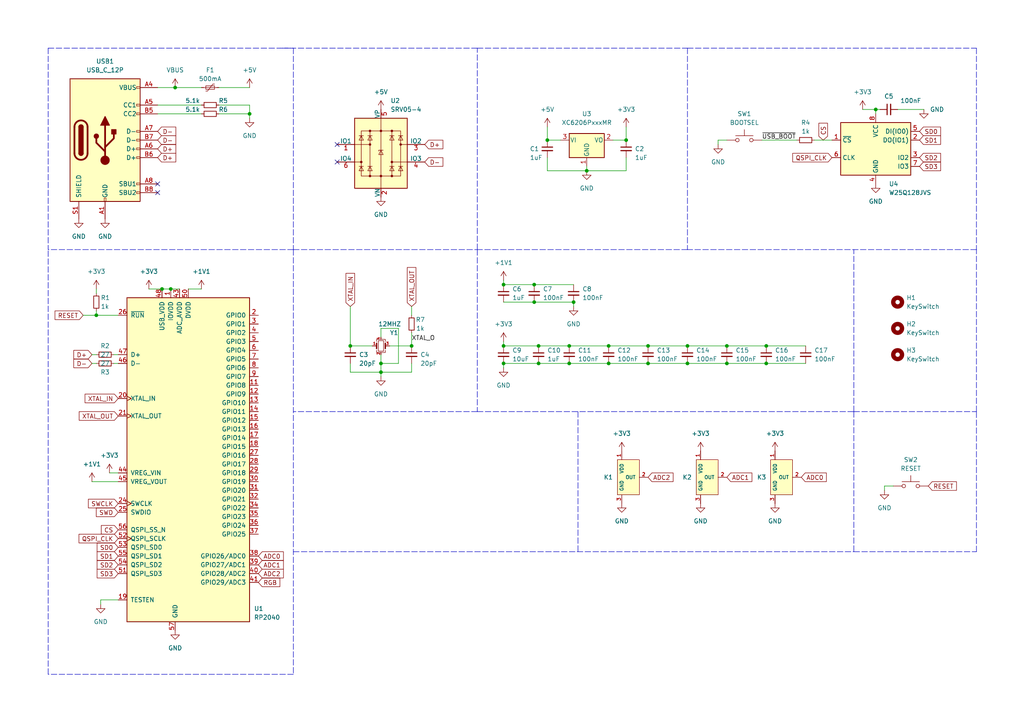
<source format=kicad_sch>
(kicad_sch (version 20211123) (generator eeschema)
  (paper "A4")
  (lib_symbols
    (symbol "Connector:USB_C_Receptacle_USB2.0" (pin_names (offset 1.016))
      (property "Reference" "J" (at -10.16 19.05 0))
      (property "Value" "USB_C_Receptacle_USB2.0" (at 19.05 19.05 0))
      (symbol "USB_C_Receptacle_USB2.0_0_0"
        (rectangle (start -0.254 -17.78) (end 0.254 -16.764))
        (rectangle (start 10.16 -14.986) (end 9.144 -15.494))
        (rectangle (start 10.16 -12.446) (end 9.144 -12.954))
        (rectangle (start 10.16 -4.826) (end 9.144 -5.334))
        (rectangle (start 10.16 -2.286) (end 9.144 -2.794))
        (rectangle (start 10.16 0.254) (end 9.144 -0.254))
        (rectangle (start 10.16 2.794) (end 9.144 2.286))
        (rectangle (start 10.16 7.874) (end 9.144 7.366))
        (rectangle (start 10.16 10.414) (end 9.144 9.906))
        (rectangle (start 10.16 15.494) (end 9.144 14.986))
      )
      (symbol "USB_C_Receptacle_USB2.0_0_1"
        (rectangle (start -10.16 17.78) (end 10.16 -17.78) (stroke (width 0.254)) (fill (type background)))
        (arc (start -8.89 -3.81) (mid -6.985 -5.715) (end -5.08 -3.81) (stroke (width 0.508)))
        (arc (start -7.62 -3.81) (mid -6.985 -4.445) (end -6.35 -3.81) (stroke (width 0.254)))
        (arc (start -7.62 -3.81) (mid -6.985 -4.445) (end -6.35 -3.81) (stroke (width 0.254)) (fill (type outline)))
        (rectangle (start -7.62 -3.81) (end -6.35 3.81) (stroke (width 0.254)) (fill (type outline)))
        (arc (start -6.35 3.81) (mid -6.985 4.445) (end -7.62 3.81) (stroke (width 0.254)))
        (arc (start -6.35 3.81) (mid -6.985 4.445) (end -7.62 3.81) (stroke (width 0.254)) (fill (type outline)))
        (arc (start -5.08 3.81) (mid -6.985 5.715) (end -8.89 3.81) (stroke (width 0.508)))
        (circle (center -2.54 1.143) (radius 0.635) (stroke (width 0.254)) (fill (type outline)))
        (circle (center 0 -5.842) (radius 1.27) (fill (type outline)))
        (polyline (pts (xy -8.89 -3.81) (xy -8.89 3.81)) (stroke (width 0.508)))
        (polyline (pts (xy -5.08 3.81) (xy -5.08 -3.81)) (stroke (width 0.508)))
        (polyline (pts (xy 0 -5.842) (xy 0 4.318)) (stroke (width 0.508)))
        (polyline (pts (xy 0 -3.302) (xy -2.54 -0.762) (xy -2.54 0.508)) (stroke (width 0.508)))
        (polyline (pts (xy 0 -2.032) (xy 2.54 0.508) (xy 2.54 1.778)) (stroke (width 0.508)))
        (polyline (pts (xy -1.27 4.318) (xy 0 6.858) (xy 1.27 4.318) (xy -1.27 4.318)) (stroke (width 0.254)) (fill (type outline)))
        (rectangle (start 1.905 1.778) (end 3.175 3.048) (stroke (width 0.254)) (fill (type outline)))
      )
      (symbol "USB_C_Receptacle_USB2.0_1_1"
        (pin passive line (at 0 -22.86 90) (length 5.08) (name "GND") (number "A1"))
        (pin passive line (at 0 -22.86 90) (length 5.08) hide (name "GND") (number "A12"))
        (pin passive line (at 15.24 15.24 180) (length 5.08) (name "VBUS") (number "A4"))
        (pin bidirectional line (at 15.24 10.16 180) (length 5.08) (name "CC1") (number "A5"))
        (pin bidirectional line (at 15.24 -2.54 180) (length 5.08) (name "D+") (number "A6"))
        (pin bidirectional line (at 15.24 2.54 180) (length 5.08) (name "D-") (number "A7"))
        (pin bidirectional line (at 15.24 -12.7 180) (length 5.08) (name "SBU1") (number "A8"))
        (pin passive line (at 15.24 15.24 180) (length 5.08) hide (name "VBUS") (number "A9"))
        (pin passive line (at 0 -22.86 90) (length 5.08) hide (name "GND") (number "B1"))
        (pin passive line (at 0 -22.86 90) (length 5.08) hide (name "GND") (number "B12"))
        (pin passive line (at 15.24 15.24 180) (length 5.08) hide (name "VBUS") (number "B4"))
        (pin bidirectional line (at 15.24 7.62 180) (length 5.08) (name "CC2") (number "B5"))
        (pin bidirectional line (at 15.24 -5.08 180) (length 5.08) (name "D+") (number "B6"))
        (pin bidirectional line (at 15.24 0 180) (length 5.08) (name "D-") (number "B7"))
        (pin bidirectional line (at 15.24 -15.24 180) (length 5.08) (name "SBU2") (number "B8"))
        (pin passive line (at 15.24 15.24 180) (length 5.08) hide (name "VBUS") (number "B9"))
        (pin passive line (at -7.62 -22.86 90) (length 5.08) (name "SHIELD") (number "S1"))
      )
    )
    (symbol "Device:C_Small" (pin_numbers hide) (pin_names (offset 0.254) hide)
      (property "Reference" "C" (at 0.254 1.778 0))
      (property "Value" "C_Small" (at 0.254 -2.032 0))
      (symbol "C_Small_0_1"
        (polyline (pts (xy -1.524 -0.508) (xy 1.524 -0.508)) (stroke (width 0.3302)))
        (polyline (pts (xy -1.524 0.508) (xy 1.524 0.508)) (stroke (width 0.3048)))
      )
      (symbol "C_Small_1_1"
        (pin passive line (at 0 2.54 270) (length 2.032) (name "~") (number "1"))
        (pin passive line (at 0 -2.54 90) (length 2.032) (name "~") (number "2"))
      )
    )
    (symbol "Device:Crystal_GND24_Small" (pin_names (offset 1.016) hide)
      (property "Reference" "Y" (at 1.27 4.445 0))
      (property "Value" "Crystal_GND24_Small" (at 1.27 2.54 0))
      (symbol "Crystal_GND24_Small_0_1"
        (rectangle (start -0.762 -1.524) (end 0.762 1.524))
        (polyline (pts (xy -1.27 -0.762) (xy -1.27 0.762)) (stroke (width 0.381)))
        (polyline (pts (xy 1.27 -0.762) (xy 1.27 0.762)) (stroke (width 0.381)))
        (polyline (pts (xy -1.27 -1.27) (xy -1.27 -1.905) (xy 1.27 -1.905) (xy 1.27 -1.27)))
        (polyline (pts (xy -1.27 1.27) (xy -1.27 1.905) (xy 1.27 1.905) (xy 1.27 1.27)))
      )
      (symbol "Crystal_GND24_Small_1_1"
        (pin passive line (at -2.54 0 0) (length 1.27) (name "1") (number "1"))
        (pin passive line (at 0 -2.54 90) (length 0.635) (name "2") (number "2"))
        (pin passive line (at 2.54 0 180) (length 1.27) (name "3") (number "3"))
        (pin passive line (at 0 2.54 270) (length 0.635) (name "4") (number "4"))
      )
    )
    (symbol "Device:Polyfuse_Small" (pin_numbers hide) (pin_names (offset 0))
      (property "Reference" "F" (at -1.905 0 90))
      (property "Value" "Polyfuse_Small" (at 1.905 0 90))
      (symbol "Polyfuse_Small_0_1"
        (rectangle (start -0.508 1.27) (end 0.508 -1.27))
        (polyline (pts (xy 0 2.54) (xy 0 -2.54)))
        (polyline (pts (xy -1.016 1.27) (xy -1.016 0.762) (xy 1.016 -0.762) (xy 1.016 -1.27)))
      )
      (symbol "Polyfuse_Small_1_1"
        (pin passive line (at 0 2.54 270) (length 0.635) (name "~") (number "1"))
        (pin passive line (at 0 -2.54 90) (length 0.635) (name "~") (number "2"))
      )
    )
    (symbol "Device:R_Small" (pin_numbers hide) (pin_names (offset 0.254) hide)
      (property "Reference" "R" (at 0.762 0.508 0))
      (property "Value" "R_Small" (at 0.762 -1.016 0))
      (symbol "R_Small_0_1"
        (rectangle (start -0.762 1.778) (end 0.762 -1.778) (stroke (width 0.2032)))
      )
      (symbol "R_Small_1_1"
        (pin passive line (at 0 2.54 270) (length 0.762) (name "~") (number "1"))
        (pin passive line (at 0 -2.54 90) (length 0.762) (name "~") (number "2"))
      )
    )
    (symbol "HallEffect49e:Hall_Sensor" (pin_names (offset 1.016))
      (property "Reference" "U?" (at -4.5212 0.9652 0))
      (symbol "Hall_Sensor_0_1"
        (rectangle (start -3.81 5.08) (end 2.54 -5.08) (fill (type background)))
      )
      (symbol "Hall_Sensor_1_1"
        (pin power_in line (at -2.54 7.62 270) (length 2.54) (name "VDD") (number "1"))
        (pin output line (at 5.08 0 180) (length 2.54) (name "OUT") (number "2"))
        (pin power_in line (at -2.54 -7.62 90) (length 2.54) (name "GND") (number "3"))
      )
    )
    (symbol "Mechanical:MountingHole" (pin_names (offset 1.016))
      (property "Reference" "H" (at 0 5.08 0))
      (property "Value" "MountingHole" (at 0 3.175 0))
      (symbol "MountingHole_0_1"
        (circle (center 0 0) (radius 1.27) (stroke (width 1.27)))
      )
    )
    (symbol "Memory_Flash:W25Q128JVS"
      (property "Reference" "U" (at -8.89 8.89 0))
      (property "Value" "W25Q128JVS" (at 7.62 8.89 0))
      (symbol "W25Q128JVS_0_1"
        (rectangle (start -10.16 7.62) (end 10.16 -7.62) (stroke (width 0.254)) (fill (type background)))
      )
      (symbol "W25Q128JVS_1_1"
        (pin input line (at -12.7 2.54 0) (length 2.54) (name "~{CS}") (number "1"))
        (pin bidirectional line (at 12.7 2.54 180) (length 2.54) (name "DO(IO1)") (number "2"))
        (pin bidirectional line (at 12.7 -2.54 180) (length 2.54) (name "IO2") (number "3"))
        (pin power_in line (at 0 -10.16 90) (length 2.54) (name "GND") (number "4"))
        (pin bidirectional line (at 12.7 5.08 180) (length 2.54) (name "DI(IO0)") (number "5"))
        (pin input line (at -12.7 -2.54 0) (length 2.54) (name "CLK") (number "6"))
        (pin bidirectional line (at 12.7 -5.08 180) (length 2.54) (name "IO3") (number "7"))
        (pin power_in line (at 0 10.16 270) (length 2.54) (name "VCC") (number "8"))
      )
    )
    (symbol "Regulator_Linear:XC6206PxxxMR" (pin_names (offset 0.254))
      (property "Reference" "U" (at -3.81 3.175 0))
      (property "Value" "XC6206PxxxMR" (at 0 3.175 0))
      (symbol "XC6206PxxxMR_0_1"
        (rectangle (start -5.08 1.905) (end 5.08 -5.08) (stroke (width 0.254)) (fill (type background)))
      )
      (symbol "XC6206PxxxMR_1_1"
        (pin power_in line (at 0 -7.62 90) (length 2.54) (name "GND") (number "1"))
        (pin power_out line (at 7.62 0 180) (length 2.54) (name "VO") (number "2"))
        (pin power_in line (at -7.62 0 0) (length 2.54) (name "VI") (number "3"))
      )
    )
    (symbol "Sleep-lib:RP2040" (pin_names (offset 1.016))
      (property "Reference" "U" (at 8.89 51.435 0))
      (property "Value" "RP2040" (at 8.89 48.895 0))
      (symbol "RP2040_0_0"
        (rectangle (start -17.78 -45.72) (end 17.78 48.26) (stroke (width 0.254)) (fill (type background)))
      )
      (symbol "RP2040_1_1"
        (pin power_in line (at -5.08 50.8 270) (length 2.54) (name "IOVDD") (number "1"))
        (pin power_in line (at -5.08 50.8 270) (length 2.54) hide (name "IOVDD") (number "10"))
        (pin input line (at 20.32 22.86 180) (length 2.54) (name "GPIO8") (number "11"))
        (pin input line (at 20.32 20.32 180) (length 2.54) (name "GPIO9") (number "12"))
        (pin input line (at 20.32 17.78 180) (length 2.54) (name "GPIO10") (number "13"))
        (pin input line (at 20.32 15.24 180) (length 2.54) (name "GPIO11") (number "14"))
        (pin input line (at 20.32 12.7 180) (length 2.54) (name "GPIO12") (number "15"))
        (pin input line (at 20.32 10.16 180) (length 2.54) (name "GPIO13") (number "16"))
        (pin input line (at 20.32 7.62 180) (length 2.54) (name "GPIO14") (number "17"))
        (pin input line (at 20.32 5.08 180) (length 2.54) (name "GPIO15") (number "18"))
        (pin input line (at -20.32 -39.37 0) (length 2.54) (name "TESTEN") (number "19"))
        (pin input line (at 20.32 43.18 180) (length 2.54) (name "GPIO0") (number "2"))
        (pin input clock (at -20.32 19.05 0) (length 2.54) (name "XTAL_IN") (number "20"))
        (pin input clock (at -20.32 13.97 0) (length 2.54) (name "XTAL_OUT") (number "21"))
        (pin power_in line (at -5.08 50.8 270) (length 2.54) hide (name "IOVDD") (number "22"))
        (pin power_in line (at 0 50.8 270) (length 2.54) hide (name "DVDD") (number "23"))
        (pin input clock (at -20.32 -11.43 0) (length 2.54) (name "SWCLK") (number "24"))
        (pin bidirectional line (at -20.32 -13.97 0) (length 2.54) (name "SWDIO") (number "25"))
        (pin input line (at -20.32 43.18 0) (length 2.54) (name "~{RUN}") (number "26"))
        (pin input line (at 20.32 2.54 180) (length 2.54) (name "GPIO16") (number "27"))
        (pin input line (at 20.32 0 180) (length 2.54) (name "GPIO17") (number "28"))
        (pin input line (at 20.32 -2.54 180) (length 2.54) (name "GPIO18") (number "29"))
        (pin input line (at 20.32 40.64 180) (length 2.54) (name "GPIO1") (number "3"))
        (pin input line (at 20.32 -5.08 180) (length 2.54) (name "GPIO19") (number "30"))
        (pin input line (at 20.32 -7.62 180) (length 2.54) (name "GPIO20") (number "31"))
        (pin input line (at 20.32 -10.16 180) (length 2.54) (name "GPIO21") (number "32"))
        (pin power_in line (at -5.08 50.8 270) (length 2.54) hide (name "IOVDD") (number "33"))
        (pin input line (at 20.32 -12.7 180) (length 2.54) (name "GPIO22") (number "34"))
        (pin input line (at 20.32 -15.24 180) (length 2.54) (name "GPIO23") (number "35"))
        (pin input line (at 20.32 -17.78 180) (length 2.54) (name "GPIO24") (number "36"))
        (pin input line (at 20.32 -20.32 180) (length 2.54) (name "GPIO25") (number "37"))
        (pin input line (at 20.32 -26.67 180) (length 2.54) (name "GPIO26/ADC0") (number "38"))
        (pin input line (at 20.32 -29.21 180) (length 2.54) (name "GPIO27/ADC1") (number "39"))
        (pin input line (at 20.32 38.1 180) (length 2.54) (name "GPIO2") (number "4"))
        (pin input line (at 20.32 -31.75 180) (length 2.54) (name "GPIO28/ADC2") (number "40"))
        (pin input line (at 20.32 -34.29 180) (length 2.54) (name "GPIO29/ADC3") (number "41"))
        (pin power_in line (at -5.08 50.8 270) (length 2.54) hide (name "IOVDD") (number "42"))
        (pin power_in line (at -2.54 50.8 270) (length 2.54) (name "ADC_AVDD") (number "43"))
        (pin power_in line (at -20.32 -2.54 0) (length 2.54) (name "VREG_VIN") (number "44"))
        (pin power_out line (at -20.32 -5.08 0) (length 2.54) (name "VREG_VOUT") (number "45"))
        (pin bidirectional line (at -20.32 29.21 0) (length 2.54) (name "D-") (number "46"))
        (pin bidirectional line (at -20.32 31.75 0) (length 2.54) (name "D+") (number "47"))
        (pin power_in line (at -7.62 50.8 270) (length 2.54) (name "USB_VDD") (number "48"))
        (pin power_in line (at -5.08 50.8 270) (length 2.54) hide (name "IOVDD") (number "49"))
        (pin input line (at 20.32 35.56 180) (length 2.54) (name "GPIO3") (number "5"))
        (pin power_in line (at 0 50.8 270) (length 2.54) (name "DVDD") (number "50"))
        (pin bidirectional line (at -20.32 -31.75 0) (length 2.54) (name "QSPI_SD3") (number "51"))
        (pin input clock (at -20.32 -21.59 0) (length 2.54) (name "QSPI_SCLK") (number "52"))
        (pin bidirectional line (at -20.32 -24.13 0) (length 2.54) (name "QSPI_SD0") (number "53"))
        (pin bidirectional line (at -20.32 -29.21 0) (length 2.54) (name "QSPI_SD2") (number "54"))
        (pin bidirectional line (at -20.32 -26.67 0) (length 2.54) (name "QSPI_SD1") (number "55"))
        (pin bidirectional line (at -20.32 -19.05 0) (length 2.54) (name "QSPI_SS_N") (number "56"))
        (pin power_in line (at -3.81 -48.26 90) (length 2.54) (name "GND") (number "57"))
        (pin input line (at 20.32 33.02 180) (length 2.54) (name "GPIO4") (number "6"))
        (pin input line (at 20.32 30.48 180) (length 2.54) (name "GPIO5") (number "7"))
        (pin input line (at 20.32 27.94 180) (length 2.54) (name "GPIO6") (number "8"))
        (pin input line (at 20.32 25.4 180) (length 2.54) (name "GPIO7") (number "9"))
      )
    )
    (symbol "Switch:SW_Push" (pin_numbers hide) (pin_names (offset 1.016) hide)
      (property "Reference" "SW" (at 1.27 2.54 0))
      (property "Value" "SW_Push" (at 0 -1.524 0))
      (symbol "SW_Push_0_1"
        (circle (center -2.032 0) (radius 0.508))
        (polyline (pts (xy 0 1.27) (xy 0 3.048)))
        (polyline (pts (xy 2.54 1.27) (xy -2.54 1.27)))
        (circle (center 2.032 0) (radius 0.508))
        (pin passive line (at -5.08 0 0) (length 2.54) (name "1") (number "1"))
        (pin passive line (at 5.08 0 180) (length 2.54) (name "2") (number "2"))
      )
    )
    (symbol "marbastlib-various:SRV05-4" (pin_names (offset 0))
      (property "Reference" "U" (at -5.08 11.43 0))
      (property "Value" "SRV05-4" (at 2.54 11.43 0))
      (symbol "SRV05-4_0_0"
        (rectangle (start -5.715 6.477) (end 5.715 -6.604))
        (polyline (pts (xy -3.175 -6.604) (xy -3.175 6.477)))
        (polyline (pts (xy 3.175 6.477) (xy 3.175 -6.604)))
      )
      (symbol "SRV05-4_0_1"
        (rectangle (start -7.62 10.16) (end 7.62 -10.16) (stroke (width 0.254)) (fill (type background)))
        (circle (center -5.715 -2.54) (radius 0.2794) (fill (type outline)))
        (circle (center -3.175 -6.604) (radius 0.2794) (fill (type outline)))
        (circle (center -3.175 2.54) (radius 0.2794) (fill (type outline)))
        (circle (center -3.175 6.477) (radius 0.2794) (fill (type outline)))
        (circle (center 0 -6.604) (radius 0.2794) (fill (type outline)))
        (polyline (pts (xy -7.747 2.54) (xy -3.175 2.54)))
        (polyline (pts (xy -7.62 -2.54) (xy -5.715 -2.54)))
        (polyline (pts (xy -5.08 -3.81) (xy -6.35 -3.81)))
        (polyline (pts (xy -5.08 5.08) (xy -6.35 5.08)))
        (polyline (pts (xy -2.54 -3.81) (xy -3.81 -3.81)))
        (polyline (pts (xy -2.54 5.08) (xy -3.81 5.08)))
        (polyline (pts (xy 0 10.16) (xy 0 -10.16)))
        (polyline (pts (xy 3.81 -3.81) (xy 2.54 -3.81)))
        (polyline (pts (xy 3.81 5.08) (xy 2.54 5.08)))
        (polyline (pts (xy 6.35 -3.81) (xy 5.08 -3.81)))
        (polyline (pts (xy 6.35 5.08) (xy 5.08 5.08)))
        (polyline (pts (xy 7.62 -2.54) (xy 3.175 -2.54)))
        (polyline (pts (xy 7.62 2.54) (xy 5.715 2.54)))
        (polyline (pts (xy 0.635 0.889) (xy -0.635 0.889) (xy -0.635 0.635)))
        (polyline (pts (xy -5.08 -5.08) (xy -6.35 -5.08) (xy -5.715 -3.81) (xy -5.08 -5.08)))
        (polyline (pts (xy -5.08 3.81) (xy -6.35 3.81) (xy -5.715 5.08) (xy -5.08 3.81)))
        (polyline (pts (xy -2.54 -5.08) (xy -3.81 -5.08) (xy -3.175 -3.81) (xy -2.54 -5.08)))
        (polyline (pts (xy -2.54 3.81) (xy -3.81 3.81) (xy -3.175 5.08) (xy -2.54 3.81)))
        (polyline (pts (xy 0.635 -0.381) (xy -0.635 -0.381) (xy 0 0.889) (xy 0.635 -0.381)))
        (polyline (pts (xy 3.81 -5.08) (xy 2.54 -5.08) (xy 3.175 -3.81) (xy 3.81 -5.08)))
        (polyline (pts (xy 3.81 3.81) (xy 2.54 3.81) (xy 3.175 5.08) (xy 3.81 3.81)))
        (polyline (pts (xy 6.35 -5.08) (xy 5.08 -5.08) (xy 5.715 -3.81) (xy 6.35 -5.08)))
        (polyline (pts (xy 6.35 3.81) (xy 5.08 3.81) (xy 5.715 5.08) (xy 6.35 3.81)))
        (circle (center 0 6.477) (radius 0.2794) (fill (type outline)))
        (circle (center 3.175 -6.604) (radius 0.2794) (fill (type outline)))
        (circle (center 3.175 -2.54) (radius 0.2794) (fill (type outline)))
        (circle (center 3.175 6.477) (radius 0.2794) (fill (type outline)))
        (circle (center 5.715 2.54) (radius 0.2794) (fill (type outline)))
      )
      (symbol "SRV05-4_1_1"
        (pin passive line (at -12.7 2.54 0) (length 5.08) (name "IO1") (number "1"))
        (pin passive line (at 0 -12.7 90) (length 2.54) (name "VN") (number "2"))
        (pin passive line (at 12.7 2.54 180) (length 5.08) (name "IO2") (number "3"))
        (pin passive line (at 12.7 -2.54 180) (length 5.08) (name "IO3") (number "4"))
        (pin passive line (at 0 12.7 270) (length 2.54) (name "VP") (number "5"))
        (pin passive line (at -12.7 -2.54 0) (length 5.08) (name "IO4") (number "6"))
      )
    )
    (symbol "power:+1V1" (power) (pin_names (offset 0))
      (property "Value" "+1V1" (at 0 3.556 0))
      (symbol "+1V1_0_1"
        (polyline (pts (xy -0.762 1.27) (xy 0 2.54)))
        (polyline (pts (xy 0 0) (xy 0 2.54)))
        (polyline (pts (xy 0 2.54) (xy 0.762 1.27)))
      )
      (symbol "+1V1_1_1"
        (pin power_in line (at 0 0 90) (length 0) hide (name "+1V1") (number "1"))
      )
    )
    (symbol "power:+3V3" (power) (pin_names (offset 0))
      (property "Value" "+3V3" (at 0 3.556 0))
      (symbol "+3V3_0_1"
        (polyline (pts (xy -0.762 1.27) (xy 0 2.54)))
        (polyline (pts (xy 0 0) (xy 0 2.54)))
        (polyline (pts (xy 0 2.54) (xy 0.762 1.27)))
      )
      (symbol "+3V3_1_1"
        (pin power_in line (at 0 0 90) (length 0) hide (name "+3V3") (number "1"))
      )
    )
    (symbol "power:+5V" (power) (pin_names (offset 0))
      (property "Value" "+5V" (at 0 3.556 0))
      (symbol "+5V_0_1"
        (polyline (pts (xy -0.762 1.27) (xy 0 2.54)))
        (polyline (pts (xy 0 0) (xy 0 2.54)))
        (polyline (pts (xy 0 2.54) (xy 0.762 1.27)))
      )
      (symbol "+5V_1_1"
        (pin power_in line (at 0 0 90) (length 0) hide (name "+5V") (number "1"))
      )
    )
    (symbol "power:GND" (power) (pin_names (offset 0))
      (property "Value" "GND" (at 0 -3.81 0))
      (symbol "GND_0_1"
        (polyline (pts (xy 0 0) (xy 0 -1.27) (xy 1.27 -1.27) (xy 0 -2.54) (xy -1.27 -1.27) (xy 0 -1.27)))
      )
      (symbol "GND_1_1"
        (pin power_in line (at 0 0 270) (length 0) hide (name "GND") (number "1"))
      )
    )
    (symbol "power:VBUS" (power) (pin_names (offset 0))
      (property "Value" "VBUS" (at 0 3.81 0))
      (symbol "VBUS_0_1"
        (polyline (pts (xy -0.762 1.27) (xy 0 2.54)))
        (polyline (pts (xy 0 0) (xy 0 2.54)))
        (polyline (pts (xy 0 2.54) (xy 0.762 1.27)))
      )
      (symbol "VBUS_1_1"
        (pin power_in line (at 0 0 90) (length 0) hide (name "VBUS") (number "1"))
      )
    )
  )
  (junction (at 222.25 105.41))
  (junction (at 199.39 100.33))
  (junction (at 166.37 87.63))
  (junction (at 181.61 40.64))
  (junction (at 146.05 100.33))
  (junction (at 187.96 100.33))
  (junction (at 254 31.75))
  (junction (at 222.25 100.33))
  (junction (at 210.82 100.33))
  (junction (at 158.75 40.64))
  (junction (at 110.49 105.41))
  (junction (at 199.39 105.41))
  (junction (at 165.1 100.33))
  (junction (at 46.99 83.82))
  (junction (at 156.21 105.41))
  (junction (at 187.96 105.41))
  (junction (at 50.8 25.4))
  (junction (at 146.05 82.55))
  (junction (at 101.6 100.33))
  (junction (at 119.38 100.33))
  (junction (at 154.94 82.55))
  (junction (at 176.53 105.41))
  (junction (at 146.05 105.41))
  (junction (at 156.21 100.33))
  (junction (at 49.53 83.82))
  (junction (at 154.94 87.63))
  (junction (at 210.82 105.41))
  (junction (at 27.94 91.44))
  (junction (at 176.53 100.33))
  (junction (at 110.49 107.95))
  (junction (at 72.39 33.02))
  (junction (at 165.1 105.41))
  (junction (at 170.18 49.53))
  (no_connect (at 45.72 53.34))
  (no_connect (at 97.79 41.91))
  (no_connect (at 45.72 55.88))
  (no_connect (at 97.79 46.99))
  (wire (pts (xy 63.5 25.4) (xy 72.39 25.4)))
  (wire (pts (xy 222.25 105.41) (xy 233.68 105.41)))
  (wire (pts (xy 260.35 31.75) (xy 267.97 31.75)))
  (wire (pts (xy 119.38 96.52) (xy 119.38 100.33)))
  (wire (pts (xy 256.54 140.97) (xy 256.54 142.24)))
  (polyline (pts (xy 85.09 160.02) (xy 247.65 160.02)))
  (polyline (pts (xy 167.64 119.38) (xy 167.64 160.02)))
  (wire (pts (xy 210.82 40.64) (xy 208.28 40.64)))
  (wire (pts (xy 110.49 95.25) (xy 115.57 95.25)))
  (wire (pts (xy 101.6 107.95) (xy 110.49 107.95)))
  (wire (pts (xy 158.75 49.53) (xy 170.18 49.53)))
  (wire (pts (xy 259.08 140.97) (xy 256.54 140.97)))
  (polyline (pts (xy 138.43 119.38) (xy 247.65 119.38)))
  (wire (pts (xy 176.53 100.33) (xy 187.96 100.33)))
  (wire (pts (xy 166.37 87.63) (xy 166.37 88.9)))
  (wire (pts (xy 43.18 83.82) (xy 46.99 83.82)))
  (wire (pts (xy 110.49 105.41) (xy 110.49 102.87)))
  (wire (pts (xy 156.21 100.33) (xy 165.1 100.33)))
  (wire (pts (xy 72.39 30.48) (xy 72.39 33.02)))
  (wire (pts (xy 176.53 105.41) (xy 187.96 105.41)))
  (wire (pts (xy 199.39 100.33) (xy 210.82 100.33)))
  (wire (pts (xy 58.42 30.48) (xy 45.72 30.48)))
  (polyline (pts (xy 138.43 13.97) (xy 81.28 13.97)))
  (polyline (pts (xy 13.97 13.97) (xy 85.09 13.97)))
  (wire (pts (xy 154.94 82.55) (xy 166.37 82.55)))
  (wire (pts (xy 26.67 102.87) (xy 27.94 102.87)))
  (wire (pts (xy 146.05 105.41) (xy 146.05 106.68)))
  (wire (pts (xy 222.25 100.33) (xy 233.68 100.33)))
  (wire (pts (xy 110.49 107.95) (xy 119.38 107.95)))
  (wire (pts (xy 26.67 105.41) (xy 27.94 105.41)))
  (wire (pts (xy 236.22 40.64) (xy 241.3 40.64)))
  (wire (pts (xy 26.67 139.7) (xy 34.29 139.7)))
  (polyline (pts (xy 138.43 13.97) (xy 199.39 13.97)))
  (wire (pts (xy 58.42 33.02) (xy 45.72 33.02)))
  (wire (pts (xy 208.28 40.64) (xy 208.28 41.91)))
  (polyline (pts (xy 13.97 13.97) (xy 13.97 72.39)))
  (wire (pts (xy 34.29 173.99) (xy 29.21 173.99)))
  (wire (pts (xy 156.21 105.41) (xy 165.1 105.41)))
  (wire (pts (xy 146.05 82.55) (xy 154.94 82.55)))
  (polyline (pts (xy 247.65 119.38) (xy 283.21 119.38)))
  (polyline (pts (xy 199.39 13.97) (xy 199.39 72.39)))
  (wire (pts (xy 187.96 100.33) (xy 199.39 100.33)))
  (wire (pts (xy 146.05 99.06) (xy 146.05 100.33)))
  (wire (pts (xy 146.05 100.33) (xy 156.21 100.33)))
  (polyline (pts (xy 85.09 72.39) (xy 85.09 195.58)))
  (wire (pts (xy 46.99 83.82) (xy 49.53 83.82)))
  (wire (pts (xy 113.03 100.33) (xy 119.38 100.33)))
  (polyline (pts (xy 283.21 72.39) (xy 199.39 72.39)))
  (wire (pts (xy 210.82 105.41) (xy 222.25 105.41)))
  (wire (pts (xy 101.6 100.33) (xy 107.95 100.33)))
  (wire (pts (xy 115.57 95.25) (xy 115.57 105.41)))
  (wire (pts (xy 199.39 105.41) (xy 210.82 105.41)))
  (wire (pts (xy 146.05 87.63) (xy 154.94 87.63)))
  (wire (pts (xy 165.1 100.33) (xy 176.53 100.33)))
  (wire (pts (xy 27.94 90.17) (xy 27.94 91.44)))
  (polyline (pts (xy 13.97 195.58) (xy 13.97 72.39)))
  (wire (pts (xy 29.21 173.99) (xy 29.21 175.26)))
  (wire (pts (xy 187.96 105.41) (xy 199.39 105.41)))
  (polyline (pts (xy 247.65 119.38) (xy 247.65 160.02)))
  (wire (pts (xy 165.1 105.41) (xy 176.53 105.41)))
  (wire (pts (xy 119.38 107.95) (xy 119.38 105.41)))
  (polyline (pts (xy 283.21 160.02) (xy 283.21 119.38)))
  (wire (pts (xy 255.27 31.75) (xy 254 31.75)))
  (wire (pts (xy 63.5 30.48) (xy 72.39 30.48)))
  (wire (pts (xy 181.61 49.53) (xy 181.61 45.72)))
  (polyline (pts (xy 85.09 13.97) (xy 85.09 72.39)))
  (polyline (pts (xy 247.65 160.02) (xy 283.21 160.02)))
  (wire (pts (xy 154.94 87.63) (xy 166.37 87.63)))
  (wire (pts (xy 220.98 40.64) (xy 231.14 40.64)))
  (wire (pts (xy 49.53 83.82) (xy 52.07 83.82)))
  (wire (pts (xy 110.49 107.95) (xy 110.49 109.22)))
  (wire (pts (xy 50.8 25.4) (xy 58.42 25.4)))
  (wire (pts (xy 101.6 88.9) (xy 101.6 100.33)))
  (wire (pts (xy 33.02 105.41) (xy 34.29 105.41)))
  (polyline (pts (xy 85.09 72.39) (xy 138.43 72.39)))
  (wire (pts (xy 24.13 91.44) (xy 27.94 91.44)))
  (wire (pts (xy 170.18 48.26) (xy 170.18 49.53)))
  (polyline (pts (xy 283.21 13.97) (xy 283.21 72.39)))
  (wire (pts (xy 250.19 31.75) (xy 254 31.75)))
  (wire (pts (xy 101.6 105.41) (xy 101.6 107.95)))
  (polyline (pts (xy 247.65 119.38) (xy 247.65 72.39)))
  (wire (pts (xy 72.39 34.29) (xy 72.39 33.02)))
  (wire (pts (xy 210.82 100.33) (xy 222.25 100.33)))
  (polyline (pts (xy 138.43 72.39) (xy 138.43 13.97)))
  (wire (pts (xy 170.18 49.53) (xy 181.61 49.53)))
  (polyline (pts (xy 138.43 119.38) (xy 85.09 119.38)))
  (polyline (pts (xy 199.39 13.97) (xy 283.21 13.97)))
  (polyline (pts (xy 283.21 119.38) (xy 283.21 72.39)))
  (wire (pts (xy 146.05 81.28) (xy 146.05 82.55)))
  (wire (pts (xy 146.05 105.41) (xy 156.21 105.41)))
  (polyline (pts (xy 85.09 72.39) (xy 13.97 72.39)))
  (wire (pts (xy 33.02 102.87) (xy 34.29 102.87)))
  (wire (pts (xy 254 31.75) (xy 254 33.02)))
  (wire (pts (xy 54.61 83.82) (xy 58.42 83.82)))
  (wire (pts (xy 27.94 91.44) (xy 34.29 91.44)))
  (wire (pts (xy 158.75 40.64) (xy 162.56 40.64)))
  (wire (pts (xy 115.57 105.41) (xy 110.49 105.41)))
  (wire (pts (xy 181.61 36.83) (xy 181.61 40.64)))
  (wire (pts (xy 45.72 25.4) (xy 50.8 25.4)))
  (wire (pts (xy 158.75 36.83) (xy 158.75 40.64)))
  (wire (pts (xy 63.5 33.02) (xy 72.39 33.02)))
  (wire (pts (xy 31.75 137.16) (xy 34.29 137.16)))
  (polyline (pts (xy 138.43 72.39) (xy 138.43 119.38)))
  (wire (pts (xy 110.49 105.41) (xy 110.49 107.95)))
  (wire (pts (xy 177.8 40.64) (xy 181.61 40.64)))
  (wire (pts (xy 158.75 45.72) (xy 158.75 49.53)))
  (polyline (pts (xy 85.09 195.58) (xy 13.97 195.58)))
  (wire (pts (xy 27.94 83.82) (xy 27.94 85.09)))
  (wire (pts (xy 110.49 97.79) (xy 110.49 95.25)))
  (polyline (pts (xy 199.39 72.39) (xy 138.43 72.39)))
  (wire (pts (xy 119.38 88.9) (xy 119.38 91.44)))
  (label "~{USB_BOOT}" (at 220.98 40.64 0))
  (label "XTAL_O" (at 119.38 99.06 0))
  (global_label "SD1" (shape input) (at 34.29 161.29 180) (property "Intersheet References" "${INTERSHEET_REFS}" (effects hide)))
  (global_label "SWCLK" (shape input) (at 34.29 146.05 180) (property "Intersheet References" "${INTERSHEET_REFS}" (effects hide)))
  (global_label "SD0" (shape input) (at 34.29 158.75 180) (property "Intersheet References" "${INTERSHEET_REFS}" (effects hide)))
  (global_label "ADC1" (shape input) (at 74.93 163.83 0) (property "Intersheet References" "${INTERSHEET_REFS}" (effects hide)))
  (global_label "ADC1" (shape input) (at 210.82 138.43 0) (property "Intersheet References" "${INTERSHEET_REFS}" (effects hide)))
  (global_label "XTAL_OUT" (shape input) (at 34.29 120.65 180) (property "Intersheet References" "${INTERSHEET_REFS}" (effects hide)))
  (global_label "CS" (shape input) (at 238.76 40.64 90) (property "Intersheet References" "${INTERSHEET_REFS}" (effects hide)))
  (global_label "ADC2" (shape input) (at 74.93 166.37 0) (property "Intersheet References" "${INTERSHEET_REFS}" (effects hide)))
  (global_label "CS" (shape input) (at 34.29 153.67 180) (property "Intersheet References" "${INTERSHEET_REFS}" (effects hide)))
  (global_label "ADC0" (shape input) (at 74.93 161.29 0) (property "Intersheet References" "${INTERSHEET_REFS}" (effects hide)))
  (global_label "XTAL_IN" (shape input) (at 34.29 115.57 180) (property "Intersheet References" "${INTERSHEET_REFS}" (effects hide)))
  (global_label "XTAL_IN" (shape input) (at 101.6 88.9 90) (property "Intersheet References" "${INTERSHEET_REFS}" (effects hide)))
  (global_label "QSPI_CLK" (shape input) (at 34.29 156.21 180) (property "Intersheet References" "${INTERSHEET_REFS}" (effects hide)))
  (global_label "QSPI_CLK" (shape input) (at 241.3 45.72 180) (property "Intersheet References" "${INTERSHEET_REFS}" (effects hide)))
  (global_label "RGB" (shape input) (at 74.93 168.91 0) (property "Intersheet References" "${INTERSHEET_REFS}" (effects hide)))
  (global_label "RESET" (shape input) (at 269.24 140.97 0) (property "Intersheet References" "${INTERSHEET_REFS}" (effects hide)))
  (global_label "D-" (shape input) (at 26.67 105.41 180) (property "Intersheet References" "${INTERSHEET_REFS}" (effects hide)))
  (global_label "SD1" (shape input) (at 266.7 40.64 0) (property "Intersheet References" "${INTERSHEET_REFS}" (effects hide)))
  (global_label "SD3" (shape input) (at 266.7 48.26 0) (property "Intersheet References" "${INTERSHEET_REFS}" (effects hide)))
  (global_label "D+" (shape input) (at 26.67 102.87 180) (property "Intersheet References" "${INTERSHEET_REFS}" (effects hide)))
  (global_label "SD3" (shape input) (at 34.29 166.37 180) (property "Intersheet References" "${INTERSHEET_REFS}" (effects hide)))
  (global_label "RESET" (shape input) (at 24.13 91.44 180) (property "Intersheet References" "${INTERSHEET_REFS}" (effects hide)))
  (global_label "SWD" (shape input) (at 34.29 148.59 180) (property "Intersheet References" "${INTERSHEET_REFS}" (effects hide)))
  (global_label "ADC0" (shape input) (at 232.41 138.43 0) (property "Intersheet References" "${INTERSHEET_REFS}" (effects hide)))
  (global_label "SD0" (shape input) (at 266.7 38.1 0) (property "Intersheet References" "${INTERSHEET_REFS}" (effects hide)))
  (global_label "D+" (shape input) (at 45.72 43.18 0) (property "Intersheet References" "${INTERSHEET_REFS}" (effects hide)))
  (global_label "D+" (shape input) (at 123.19 41.91 0) (property "Intersheet References" "${INTERSHEET_REFS}" (effects hide)))
  (global_label "D+" (shape input) (at 45.72 45.72 0) (property "Intersheet References" "${INTERSHEET_REFS}" (effects hide)))
  (global_label "D-" (shape input) (at 45.72 38.1 0) (property "Intersheet References" "${INTERSHEET_REFS}" (effects hide)))
  (global_label "D-" (shape input) (at 123.19 46.99 0) (property "Intersheet References" "${INTERSHEET_REFS}" (effects hide)))
  (global_label "D-" (shape input) (at 45.72 40.64 0) (property "Intersheet References" "${INTERSHEET_REFS}" (effects hide)))
  (global_label "SD2" (shape input) (at 266.7 45.72 0) (property "Intersheet References" "${INTERSHEET_REFS}" (effects hide)))
  (global_label "XTAL_OUT" (shape input) (at 119.38 88.9 90) (property "Intersheet References" "${INTERSHEET_REFS}" (effects hide)))
  (global_label "ADC2" (shape input) (at 187.96 138.43 0) (property "Intersheet References" "${INTERSHEET_REFS}" (effects hide)))
  (global_label "SD2" (shape input) (at 34.29 163.83 180) (property "Intersheet References" "${INTERSHEET_REFS}" (effects hide)))
  (symbol (lib_id "power:GND") (at 110.49 57.15 0) (unit 1)
    (property "Reference" "#PWR0118" (effects hide))
    (property "Value" "GND" (at 110.49 62.23 0))
  )
  (symbol (lib_id "Device:C_Small") (at 154.94 85.09 0) (unit 1)
    (property "Reference" "C7" (at 157.48 83.8262 0) (effects (justify left)))
    (property "Value" "100nF" (at 157.48 86.3662 0) (effects (justify left)))
    (property "Footprint" "Capacitor_SMD:C_0402_1005Metric" (effects hide))
  )
  (symbol (lib_id "power:+3V3") (at 203.2 130.81 0) (unit 1)
    (property "Reference" "#PWR0111" (effects hide))
    (property "Value" "+3V3" (at 203.2 125.73 0))
  )
  (symbol (lib_id "Switch:SW_Push") (at 264.16 140.97 0) (unit 1)
    (property "Reference" "SW2" (at 264.16 133.35 0))
    (property "Value" "RESET" (at 264.16 135.89 0))
    (property "Footprint" "Jumper:SolderJumper-2_P1.3mm_Open_RoundedPad1.0x1.5mm" (effects hide))
  )
  (symbol (lib_id "power:GND") (at 30.48 63.5 0) (unit 1)
    (property "Reference" "#PWR0116" (effects hide))
    (property "Value" "GND" (at 30.48 68.58 0))
  )
  (symbol (lib_id "Sleep-lib:RP2040") (at 54.61 134.62 0) (unit 1)
    (property "Reference" "U1" (at 73.66 176.53 0) (effects (justify left)))
    (property "Value" "RP2040" (at 73.66 179.07 0) (effects (justify left)))
    (property "Footprint" "Sleep-lib:RP2040-QFN-56" (effects hide))
    (property "Datasheet" "https://datasheets.raspberrypi.com/rp2040/rp2040-datasheet.pdf" (effects hide))
  )
  (symbol (lib_id "power:GND") (at 267.97 31.75 0) (unit 1)
    (property "Reference" "#PWR0127" (effects hide))
    (property "Value" "GND" (at 271.78 31.75 0))
  )
  (symbol (lib_id "Device:C_Small") (at 156.21 102.87 0) (unit 1)
    (property "Reference" "C10" (at 158.75 101.6062 0) (effects (justify left)))
    (property "Value" "1uF" (at 158.75 104.1462 0) (effects (justify left)))
    (property "Footprint" "Capacitor_SMD:C_0402_1005Metric" (effects hide))
  )
  (symbol (lib_id "Connector:USB_C_Receptacle_USB2.0") (at 30.48 40.64 0) (unit 1)
    (property "Reference" "USB1" (at 30.48 17.78 0))
    (property "Value" "USB_C_12P" (at 30.48 20.32 0))
    (property "Footprint" "Connector_USB:USB_C_Receptacle_HRO_TYPE-C-31-M-12" (effects hide))
    (property "Datasheet" "https://www.usb.org/sites/default/files/documents/usb_type-c.zip" (effects hide))
  )
  (symbol (lib_id "Device:R_Small") (at 30.48 102.87 90) (unit 1)
    (property "Reference" "R2" (at 30.48 100.33 90))
    (property "Value" "27" (at 30.48 102.87 90))
    (property "Footprint" "Resistor_SMD:R_0603_1608Metric" (effects hide))
  )
  (symbol (lib_id "power:+3V3") (at 31.75 137.16 0) (unit 1)
    (property "Reference" "#PWR0104" (effects hide))
    (property "Value" "+3V3" (at 31.75 132.08 0))
  )
  (symbol (lib_id "power:+1V1") (at 58.42 83.82 0) (unit 1)
    (property "Reference" "#PWR0106" (effects hide))
    (property "Value" "+1V1" (at 58.42 78.74 0))
  )
  (symbol (lib_id "power:GND") (at 166.37 88.9 0) (unit 1)
    (property "Reference" "#PWR0132" (effects hide))
    (property "Value" "GND" (at 166.37 93.98 0))
  )
  (symbol (lib_id "Device:C_Small") (at 233.68 102.87 0) (unit 1)
    (property "Reference" "C17" (at 236.22 101.6062 0) (effects (justify left)))
    (property "Value" "100nF" (at 236.22 104.1462 0) (effects (justify left)))
    (property "Footprint" "Capacitor_SMD:C_0402_1005Metric" (effects hide))
  )
  (symbol (lib_id "power:VBUS") (at 50.8 25.4 0) (unit 1)
    (property "Reference" "#PWR0115" (effects hide))
    (property "Value" "VBUS" (at 50.8 20.32 0))
  )
  (symbol (lib_id "Device:C_Small") (at 199.39 102.87 0) (unit 1)
    (property "Reference" "C14" (at 201.93 101.6062 0) (effects (justify left)))
    (property "Value" "100nF" (at 201.93 104.1462 0) (effects (justify left)))
    (property "Footprint" "Capacitor_SMD:C_0402_1005Metric" (effects hide))
  )
  (symbol (lib_id "power:GND") (at 110.49 109.22 0) (unit 1)
    (property "Reference" "#PWR0110" (effects hide))
    (property "Value" "GND" (at 110.49 114.3 0))
  )
  (symbol (lib_id "power:+3V3") (at 181.61 36.83 0) (unit 1)
    (property "Reference" "#PWR0125" (effects hide))
    (property "Value" "+3V3" (at 181.61 31.75 0))
  )
  (symbol (lib_id "Device:R_Small") (at 233.68 40.64 90) (unit 1)
    (property "Reference" "R4" (at 233.68 35.56 90))
    (property "Value" "1k" (at 233.68 38.1 90))
    (property "Footprint" "Resistor_SMD:R_0402_1005Metric" (effects hide))
  )
  (symbol (lib_id "Device:C_Small") (at 181.61 43.18 0) (unit 1)
    (property "Reference" "C2" (at 184.15 43.18 0) (effects (justify left)))
    (property "Value" "1uF" (at 184.15 45.72 0) (effects (justify left)))
    (property "Footprint" "Capacitor_SMD:C_0402_1005Metric" (effects hide))
  )
  (symbol (lib_id "Switch:SW_Push") (at 215.9 40.64 0) (unit 1)
    (property "Reference" "SW1" (at 215.9 33.02 0))
    (property "Value" "BOOTSEL" (at 215.9 35.56 0))
    (property "Footprint" "Jumper:SolderJumper-2_P1.3mm_Open_RoundedPad1.0x1.5mm" (effects hide))
  )
  (symbol (lib_id "Device:R_Small") (at 27.94 87.63 0) (unit 1)
    (property "Reference" "R1" (at 29.21 86.36 0) (effects (justify left)))
    (property "Value" "1k" (at 29.21 88.9 0) (effects (justify left)))
    (property "Footprint" "Resistor_SMD:R_0402_1005Metric" (effects hide))
  )
  (symbol (lib_id "power:+3V3") (at 43.18 83.82 0) (unit 1)
    (property "Reference" "#PWR0105" (effects hide))
    (property "Value" "+3V3" (at 43.18 78.74 0))
  )
  (symbol (lib_id "power:+5V") (at 72.39 25.4 0) (unit 1)
    (property "Reference" "#PWR0117" (effects hide))
    (property "Value" "+5V" (at 72.39 20.32 0))
  )
  (symbol (lib_id "power:GND") (at 22.86 63.5 0) (unit 1)
    (property "Reference" "#PWR0109" (effects hide))
    (property "Value" "GND" (at 22.86 68.58 0))
  )
  (symbol (lib_id "power:GND") (at 208.28 41.91 0) (unit 1)
    (property "Reference" "#PWR0107" (effects hide))
    (property "Value" "GND" (at 208.28 46.99 0))
  )
  (symbol (lib_id "Device:C_Small") (at 165.1 102.87 0) (unit 1)
    (property "Reference" "C11" (at 167.64 101.6062 0) (effects (justify left)))
    (property "Value" "100nF" (at 167.64 104.1462 0) (effects (justify left)))
    (property "Footprint" "Capacitor_SMD:C_0402_1005Metric" (effects hide))
  )
  (symbol (lib_id "Device:C_Small") (at 158.75 43.18 0) (unit 1)
    (property "Reference" "C1" (at 153.67 43.18 0) (effects (justify left)))
    (property "Value" "1uF" (at 153.67 45.72 0) (effects (justify left)))
    (property "Footprint" "Capacitor_SMD:C_0402_1005Metric" (effects hide))
  )
  (symbol (lib_id "power:GND") (at 180.34 146.05 0) (unit 1)
    (property "Reference" "#PWR0114" (effects hide))
    (property "Value" "GND" (at 180.34 151.13 0))
  )
  (symbol (lib_id "power:+1V1") (at 146.05 81.28 0) (unit 1)
    (property "Reference" "#PWR0129" (effects hide))
    (property "Value" "+1V1" (at 146.05 76.2 0))
  )
  (symbol (lib_id "Regulator_Linear:XC6206PxxxMR") (at 170.18 40.64 0) (unit 1)
    (property "Reference" "U3" (at 170.18 33.02 0))
    (property "Value" "XC6206PxxxMR" (at 170.18 35.56 0))
    (property "Footprint" "Package_TO_SOT_SMD:SOT-23" (effects hide))
    (property "Datasheet" "https://www.torexsemi.com/file/xc6206/XC6206.pdf" (effects hide))
  )
  (symbol (lib_id "Memory_Flash:W25Q128JVS") (at 254 43.18 0) (unit 1)
    (property "Reference" "U4" (at 257.81 53.34 0) (effects (justify left)))
    (property "Value" "W25Q128JVS" (at 257.81 55.88 0) (effects (justify left)))
    (property "Footprint" "Package_SO:SOIC-8_5.23x5.23mm_P1.27mm" (effects hide))
    (property "Datasheet" "http://www.winbond.com/resource-files/w25q128jv_dtr%20revc%2003272018%20plus.pdf" (effects hide))
  )
  (symbol (lib_id "Device:C_Small") (at 176.53 102.87 0) (unit 1)
    (property "Reference" "C12" (at 179.07 101.6062 0) (effects (justify left)))
    (property "Value" "100nF" (at 179.07 104.1462 0) (effects (justify left)))
    (property "Footprint" "Capacitor_SMD:C_0402_1005Metric" (effects hide))
  )
  (symbol (lib_id "power:+3V3") (at 224.79 130.81 0) (unit 1)
    (property "Reference" "#PWR0120" (effects hide))
    (property "Value" "+3V3" (at 224.79 125.73 0))
  )
  (symbol (lib_id "power:+5V") (at 158.75 36.83 0) (unit 1)
    (property "Reference" "#PWR0124" (effects hide))
    (property "Value" "+5V" (at 158.75 31.75 0))
  )
  (symbol (lib_id "power:GND") (at 50.8 182.88 0) (unit 1)
    (property "Reference" "#PWR0102" (effects hide))
    (property "Value" "GND" (at 50.8 187.96 0))
  )
  (symbol (lib_id "power:+3V3") (at 146.05 99.06 0) (unit 1)
    (property "Reference" "#PWR0130" (effects hide))
    (property "Value" "+3V3" (at 146.05 93.98 0))
  )
  (symbol (lib_id "Device:C_Small") (at 210.82 102.87 0) (unit 1)
    (property "Reference" "C15" (at 213.36 101.6062 0) (effects (justify left)))
    (property "Value" "100nF" (at 213.36 104.1462 0) (effects (justify left)))
    (property "Footprint" "Capacitor_SMD:C_0402_1005Metric" (effects hide))
  )
  (symbol (lib_id "power:GND") (at 72.39 34.29 0) (unit 1)
    (property "Reference" "#PWR0122" (effects hide))
    (property "Value" "GND" (at 72.39 39.37 0))
  )
  (symbol (lib_id "power:GND") (at 254 53.34 0) (unit 1)
    (property "Reference" "#PWR0126" (effects hide))
    (property "Value" "GND" (at 254 58.42 0))
  )
  (symbol (lib_id "Device:R_Small") (at 119.38 93.98 180) (unit 1)
    (property "Reference" "R7" (at 121.92 92.71 0))
    (property "Value" "1k" (at 121.92 95.25 0))
    (property "Footprint" "Resistor_SMD:R_0402_1005Metric" (effects hide))
  )
  (symbol (lib_id "marbastlib-various:SRV05-4") (at 110.49 44.45 0) (unit 1)
    (property "Reference" "U2" (at 113.2587 29.21 0) (effects (justify left)))
    (property "Value" "SRV05-4" (at 113.2587 31.75 0) (effects (justify left)))
    (property "Footprint" "marbastlib-various:SOT-23-6-routable" (effects hide))
    (property "Datasheet" "http://www.onsemi.com/pub/Collateral/SRV05-4-D.PDF" (effects hide))
  )
  (symbol (lib_id "Device:C_Small") (at 257.81 31.75 90) (unit 1)
    (property "Reference" "C5" (at 257.81 27.94 90))
    (property "Value" "100nF" (at 264.16 29.21 90))
    (property "Footprint" "Capacitor_SMD:C_0402_1005Metric" (effects hide))
  )
  (symbol (lib_id "Device:C_Small") (at 166.37 85.09 0) (unit 1)
    (property "Reference" "C8" (at 168.91 83.8262 0) (effects (justify left)))
    (property "Value" "100nF" (at 168.91 86.3662 0) (effects (justify left)))
    (property "Footprint" "Capacitor_SMD:C_0402_1005Metric" (effects hide))
  )
  (symbol (lib_id "power:+3V3") (at 180.34 130.81 0) (unit 1)
    (property "Reference" "#PWR0113" (effects hide))
    (property "Value" "+3V3" (at 180.34 125.73 0))
  )
  (symbol (lib_id "Device:C_Small") (at 146.05 85.09 0) (unit 1)
    (property "Reference" "C6" (at 148.59 83.8262 0) (effects (justify left)))
    (property "Value" "1uF" (at 148.59 86.3662 0) (effects (justify left)))
    (property "Footprint" "Capacitor_SMD:C_0402_1005Metric" (effects hide))
  )
  (symbol (lib_id "Device:Crystal_GND24_Small") (at 110.49 100.33 0) (unit 1)
    (property "Reference" "Y1" (at 114.3 96.52 0))
    (property "Value" "12MHZ" (at 113.03 93.98 0))
    (property "Footprint" "Crystal:Crystal_SMD_3225-4Pin_3.2x2.5mm" (effects hide))
  )
  (symbol (lib_id "power:GND") (at 29.21 175.26 0) (unit 1)
    (property "Reference" "#PWR0101" (effects hide))
    (property "Value" "GND" (at 29.21 180.34 0))
  )
  (symbol (lib_id "power:+5V") (at 110.49 31.75 0) (unit 1)
    (property "Reference" "#PWR0119" (effects hide))
    (property "Value" "+5V" (at 110.49 26.67 0))
  )
  (symbol (lib_id "Mechanical:MountingHole") (at 260.35 95.25 0) (unit 1)
    (property "Reference" "H2" (at 262.89 93.9799 0) (effects (justify left)))
    (property "Value" "KeySwitch" (at 262.89 96.5199 0) (effects (justify left)))
    (property "Footprint" "MX_Only:MXOnly-1U-FLIPPED" (effects hide))
  )
  (symbol (lib_id "HallEffect49e:Hall_Sensor") (at 182.88 138.43 0) (unit 1)
    (property "Reference" "K1" (at 177.8 138.4299 0) (effects (justify right)))
    (property "Value" "Hall_Sensor" (effects hide))
    (property "Footprint" "Package_TO_SOT_SMD:SOT-23" (effects hide))
    (property "LCSC Part" "C266230" (effects hide))
    (property "MPN" "GH39FKSW" (effects hide))
    (property "Notes" "Alternate part: OH49E-S (C85573)" (effects hide))
  )
  (symbol (lib_id "Device:C_Small") (at 222.25 102.87 0) (unit 1)
    (property "Reference" "C16" (at 224.79 101.6062 0) (effects (justify left)))
    (property "Value" "100nF" (at 224.79 104.1462 0) (effects (justify left)))
    (property "Footprint" "Capacitor_SMD:C_0402_1005Metric" (effects hide))
  )
  (symbol (lib_id "power:GND") (at 170.18 49.53 0) (unit 1)
    (property "Reference" "#PWR0123" (effects hide))
    (property "Value" "GND" (at 170.18 54.61 0))
  )
  (symbol (lib_id "Device:R_Small") (at 60.96 33.02 90) (unit 1)
    (property "Reference" "R6" (at 64.77 31.75 90))
    (property "Value" "5.1k" (at 55.88 31.75 90))
    (property "Footprint" "Resistor_SMD:R_0402_1005Metric" (effects hide))
  )
  (symbol (lib_id "Device:C_Small") (at 101.6 102.87 0) (unit 1)
    (property "Reference" "C3" (at 104.14 102.87 0) (effects (justify left)))
    (property "Value" "20pF" (at 104.14 105.41 0) (effects (justify left)))
    (property "Footprint" "Capacitor_SMD:C_0402_1005Metric" (effects hide))
  )
  (symbol (lib_id "HallEffect49e:Hall_Sensor") (at 227.33 138.43 0) (unit 1)
    (property "Reference" "K3" (at 222.25 138.4299 0) (effects (justify right)))
    (property "Value" "Hall_Sensor" (effects hide))
    (property "Footprint" "Package_TO_SOT_SMD:SOT-23" (effects hide))
    (property "LCSC Part" "C266230" (effects hide))
    (property "MPN" "GH39FKSW" (effects hide))
    (property "Notes" "Alternate part: OH49E-S (C85573)" (effects hide))
  )
  (symbol (lib_id "Device:R_Small") (at 30.48 105.41 90) (unit 1)
    (property "Reference" "R3" (at 30.48 107.95 90))
    (property "Value" "27" (at 30.48 105.41 90))
    (property "Footprint" "Resistor_SMD:R_0603_1608Metric" (effects hide))
  )
  (symbol (lib_id "power:GND") (at 146.05 106.68 0) (unit 1)
    (property "Reference" "#PWR0131" (effects hide))
    (property "Value" "GND" (at 146.05 111.76 0))
  )
  (symbol (lib_id "Device:R_Small") (at 60.96 30.48 90) (unit 1)
    (property "Reference" "R5" (at 64.77 29.21 90))
    (property "Value" "5.1k" (at 55.88 29.21 90))
    (property "Footprint" "Resistor_SMD:R_0402_1005Metric" (effects hide))
  )
  (symbol (lib_id "HallEffect49e:Hall_Sensor") (at 205.74 138.43 0) (unit 1)
    (property "Reference" "K2" (at 200.66 138.4299 0) (effects (justify right)))
    (property "Value" "Hall_Sensor" (effects hide))
    (property "Footprint" "Package_TO_SOT_SMD:SOT-23" (effects hide))
    (property "LCSC Part" "C266230" (effects hide))
    (property "MPN" "GH39FKSW" (effects hide))
    (property "Notes" "Alternate part: OH49E-S (C85573)" (effects hide))
  )
  (symbol (lib_id "Device:Polyfuse_Small") (at 60.96 25.4 90) (unit 1)
    (property "Reference" "F1" (at 60.96 20.32 90))
    (property "Value" "500mA" (at 60.96 22.86 90))
    (property "Footprint" "Fuse:Fuse_0402_1005Metric" (effects hide))
  )
  (symbol (lib_id "Mechanical:MountingHole") (at 260.35 102.87 0) (unit 1)
    (property "Reference" "H3" (at 262.89 101.5999 0) (effects (justify left)))
    (property "Value" "KeySwitch" (at 262.89 104.1399 0) (effects (justify left)))
    (property "Footprint" "MX_Only:MXOnly-1U-FLIPPED" (effects hide))
  )
  (symbol (lib_id "power:GND") (at 203.2 146.05 0) (unit 1)
    (property "Reference" "#PWR0112" (effects hide))
    (property "Value" "GND" (at 203.2 151.13 0))
  )
  (symbol (lib_id "power:GND") (at 256.54 142.24 0) (unit 1)
    (property "Reference" "#PWR0134" (effects hide))
    (property "Value" "GND" (at 256.54 147.32 0))
  )
  (symbol (lib_id "Mechanical:MountingHole") (at 260.35 87.63 0) (unit 1)
    (property "Reference" "H1" (at 262.89 86.3599 0) (effects (justify left)))
    (property "Value" "KeySwitch" (at 262.89 88.8999 0) (effects (justify left)))
    (property "Footprint" "MX_Only:MXOnly-1U-FLIPPED" (effects hide))
  )
  (symbol (lib_id "power:+3V3") (at 250.19 31.75 0) (unit 1)
    (property "Reference" "#PWR0128" (effects hide))
    (property "Value" "+3V3" (at 250.19 26.67 0))
  )
  (symbol (lib_id "power:GND") (at 224.79 146.05 0) (unit 1)
    (property "Reference" "#PWR0121" (effects hide))
    (property "Value" "GND" (at 224.79 151.13 0))
  )
  (symbol (lib_id "power:+1V1") (at 26.67 139.7 0) (unit 1)
    (property "Reference" "#PWR0103" (effects hide))
    (property "Value" "+1V1" (at 26.67 134.62 0))
  )
  (symbol (lib_id "Device:C_Small") (at 187.96 102.87 0) (unit 1)
    (property "Reference" "C13" (at 190.5 101.6062 0) (effects (justify left)))
    (property "Value" "100nF" (at 190.5 104.1462 0) (effects (justify left)))
    (property "Footprint" "Capacitor_SMD:C_0402_1005Metric" (effects hide))
  )
  (symbol (lib_id "Device:C_Small") (at 146.05 102.87 0) (unit 1)
    (property "Reference" "C9" (at 148.59 101.6062 0) (effects (justify left)))
    (property "Value" "10uF" (at 148.59 104.1462 0) (effects (justify left)))
    (property "Footprint" "Capacitor_SMD:C_0402_1005Metric" (effects hide))
  )
  (symbol (lib_id "power:+3V3") (at 27.94 83.82 0) (unit 1)
    (property "Reference" "#PWR0108" (effects hide))
    (property "Value" "+3V3" (at 27.94 78.74 0))
  )
  (symbol (lib_id "Device:C_Small") (at 119.38 102.87 0) (unit 1)
    (property "Reference" "C4" (at 121.92 102.87 0) (effects (justify left)))
    (property "Value" "20pF" (at 121.92 105.41 0) (effects (justify left)))
    (property "Footprint" "Capacitor_SMD:C_0402_1005Metric" (effects hide))
  )
)
</source>
